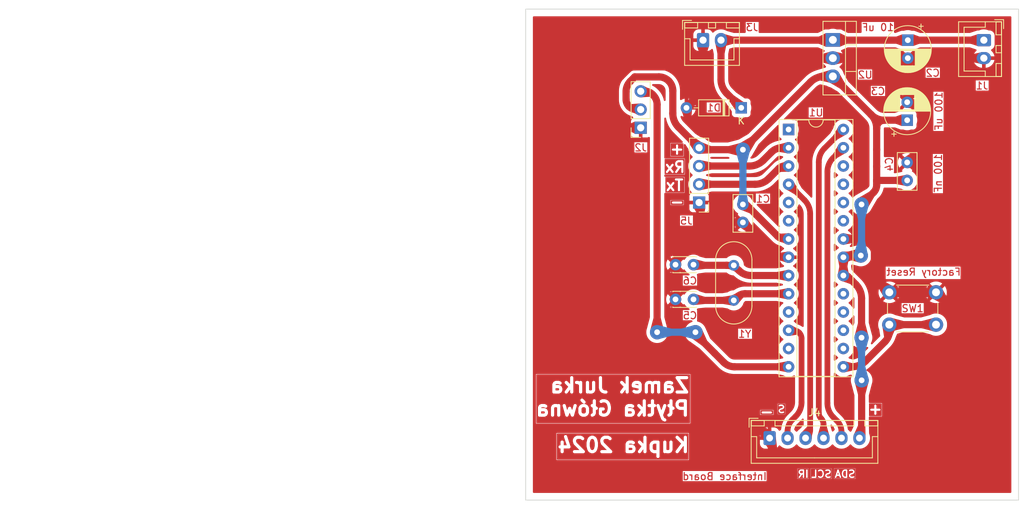
<source format=kicad_pcb>
(kicad_pcb (version 20221018) (generator pcbnew)
  (layers (0 "F.Cu" signal) (31 "B.Cu" signal) (34 "B.Paste" user) (35 "F.Paste" user) (36 "B.SilkS" user "B.Silkscreen") (37 "F.SilkS" user "F.Silkscreen") (38 "B.Mask" user) (39 "F.Mask" user) (44 "Edge.Cuts" user))
  (net 0 "")
  (net 1 "+5V")
  (net 2 "GND")
  (net 3 "/XTAL2")
  (net 4 "/XTAL1")
  (net 5 "+12V")
  (net 6 "/Screen SCL")
  (net 7 "/Lock ON")
  (net 8 "/Status")
  (net 9 "/IR Signal")
  (net 10 "/Factory Reset")
  (net 12 "/TxD")
  (net 13 "/RxD")
  (net 26 "/Screen SDA")
  (footprint "Connector_PinSocket_2.54mm:PinSocket_1x03_P2.54mm_Vertical" (layer "F.Cu") (at 229.87 31.369 180)
    (fp_text reference "J2" (at 0 -2.77) (layer "F.Cu" knockout) (effects (justify mirror)))
    (fp_text value "Lock Relay Module")
    (pad "1" thru_hole rect (at 0 0 180) (size 1.7 1.7) (drill 1) (layers "*.Cu" "*.Mask") (net 2 "GND"))
    (pad "2" thru_hole oval (at 0 2.54 180) (size 1.7 1.7) (drill 1) (layers "*.Cu" "*.Mask") (net 1 "+5V"))
    (pad "3" thru_hole oval (at 0 5.08 180) (size 1.7 1.7) (drill 1) (layers "*.Cu" "*.Mask") (net 7 "/Lock ON"))
  )
  (footprint "Connector_JST:JST_XH_B6B-XH-A_1x06_P2.50mm_Vertical" (layer "F.Cu") (at 247.81 74.549)
    (fp_text reference "J4" (at 6.25 -3.55) (layer "F.SilkS"))
    (fp_text value "Interface Board" (at -6.256 5.334) (layer "F.Cu" knockout) (effects (justify mirror)))
    (pad "1" thru_hole roundrect (at 0 0) (size 1.7 1.95) (drill 0.95) (layers "*.Cu" "*.Mask") (roundrect_rratio 0.1470588235) (net 2 "GND"))
    (pad "2" thru_hole oval (at 2.5 0) (size 1.7 1.95) (drill 0.95) (layers "*.Cu" "*.Mask") (net 8 "/Status"))
    (pad "3" thru_hole oval (at 5 0) (size 1.7 1.95) (drill 0.95) (layers "*.Cu" "*.Mask") (net 9 "/IR Signal"))
    (pad "4" thru_hole oval (at 7.5 0) (size 1.7 1.95) (drill 0.95) (layers "*.Cu" "*.Mask") (net 6 "/Screen SCL"))
    (pad "5" thru_hole oval (at 10 0) (size 1.7 1.95) (drill 0.95) (layers "*.Cu" "*.Mask") (net 26 "/Screen SDA"))
    (pad "6" thru_hole oval (at 12.5 0) (size 1.7 1.95) (drill 0.95) (layers "*.Cu" "*.Mask") (net 1 "+5V"))
  )
  (footprint "Capacitor_THT:C_Disc_D5.0mm_W2.5mm_P2.50mm" (layer "F.Cu") (at 244.094 42.037 -90)
    (fp_text reference "C1" (at -0.762 -2.794) (layer "F.Cu" knockout) (effects (justify mirror)))
    (fp_text value "100 nF")
    (pad "1" thru_hole circle (at 0 0 270) (size 1.6 1.6) (drill 0.8) (layers "*.Cu" "*.Mask") (net 1 "+5V"))
    (pad "2" thru_hole circle (at 2.5 0 270) (size 1.6 1.6) (drill 0.8) (layers "*.Cu" "*.Mask") (net 2 "GND"))
  )
  (footprint "Package_TO_SOT_THT:TO-220-3_Vertical" (layer "F.Cu") (at 256.611 19.137 -90)
    (fp_text reference "U2" (at 4.866 -4.501) (layer "F.Cu" knockout) (effects (justify mirror)))
    (fp_text value "L7805")
    (pad "1" thru_hole rect (at 0 0 270) (size 1.905 2) (drill 1.1) (layers "*.Cu" "*.Mask") (net 5 "+12V"))
    (pad "2" thru_hole oval (at 2.54 0 270) (size 1.905 2) (drill 1.1) (layers "*.Cu" "*.Mask") (net 2 "GND"))
    (pad "3" thru_hole oval (at 5.08 0 270) (size 1.905 2) (drill 1.1) (layers "*.Cu" "*.Mask") (net 1 "+5V"))
  )
  (footprint "Capacitor_THT:CP_Radial_D6.3mm_P2.50mm" (layer "F.Cu") (at 267.041621 19.177 -90)
    (fp_text reference "C2" (at 4.572 -3.468379) (layer "F.Cu" knockout) (effects (justify mirror)))
    (fp_text value "10 uF" (at -1.778 4.151621) (layer "F.Cu" knockout) (effects (justify mirror)))
    (pad "1" thru_hole rect (at 0 0 270) (size 1.6 1.6) (drill 0.8) (layers "*.Cu" "*.Mask") (net 5 "+12V"))
    (pad "2" thru_hole circle (at 2.5 0 270) (size 1.6 1.6) (drill 0.8) (layers "*.Cu" "*.Mask") (net 2 "GND"))
  )
  (footprint "Connector_PinHeader_2.54mm:PinHeader_1x04_P2.54mm_Vertical" (layer "F.Cu") (at 237.998 41.773 180)
    (fp_text reference "J5" (at 1.778 -2.55) (layer "F.Cu" knockout) (effects (justify mirror)))
    (fp_text value "Debug")
    (pad "1" thru_hole rect (at 0 0 180) (size 1.7 1.7) (drill 1) (layers "*.Cu" "*.Mask") (net 2 "GND"))
    (pad "2" thru_hole oval (at 0 2.54 180) (size 1.7 1.7) (drill 1) (layers "*.Cu" "*.Mask") (net 12 "/TxD"))
    (pad "3" thru_hole oval (at 0 5.08 180) (size 1.7 1.7) (drill 1) (layers "*.Cu" "*.Mask") (net 13 "/RxD"))
    (pad "4" thru_hole oval (at 0 7.62 180) (size 1.7 1.7) (drill 1) (layers "*.Cu" "*.Mask") (net 1 "+5V"))
  )
  (footprint "Capacitor_THT:C_Disc_D3.0mm_W2.0mm_P2.50mm" (layer "F.Cu") (at 237.216 55.245 180)
    (fp_text reference "C5" (at 0.488 -2.25) (layer "F.Cu" knockout) (effects (justify mirror)))
    (fp_text value "22 pF")
    (pad "1" thru_hole circle (at 0 0 180) (size 1.6 1.6) (drill 0.8) (layers "*.Cu" "*.Mask") (net 3 "/XTAL2"))
    (pad "2" thru_hole circle (at 2.5 0 180) (size 1.6 1.6) (drill 0.8) (layers "*.Cu" "*.Mask") (net 2 "GND"))
  )
  (footprint "Capacitor_THT:CP_Radial_D6.3mm_P2.50mm" (layer "F.Cu") (at 266.954 30.313 90)
    (fp_text reference "C3" (at 4.024 -4.064) (layer "F.Cu" knockout) (effects (justify mirror)))
    (fp_text value "100 uF" (at 1.25 4.4 90) (layer "F.Cu" knockout) (effects (justify mirror)))
    (pad "1" thru_hole rect (at 0 0 90) (size 1.6 1.6) (drill 0.8) (layers "*.Cu" "*.Mask") (net 1 "+5V"))
    (pad "2" thru_hole circle (at 2.5 0 90) (size 1.6 1.6) (drill 0.8) (layers "*.Cu" "*.Mask") (net 2 "GND"))
  )
  (footprint "Button_Switch_THT:SW_PUSH_6mm_H5mm" (layer "F.Cu") (at 270.966 58.765 180)
    (fp_text reference "SW1" (at 3.25 2.25) (layer "F.Cu" knockout))
    (fp_text value "Factory Reset" (at 1.726 7.33) (layer "F.Cu" knockout) (effects (justify mirror)))
    (pad "1" thru_hole circle (at 0 0 270) (size 2 2) (drill 1.1) (layers "*.Cu" "*.Mask") (net 10 "/Factory Reset"))
    (pad "1" thru_hole circle (at 6.5 0 270) (size 2 2) (drill 1.1) (layers "*.Cu" "*.Mask") (net 10 "/Factory Reset"))
    (pad "2" thru_hole circle (at 0 4.5 270) (size 2 2) (drill 1.1) (layers "*.Cu" "*.Mask") (net 2 "GND"))
    (pad "2" thru_hole circle (at 6.5 4.5 270) (size 2 2) (drill 1.1) (layers "*.Cu" "*.Mask") (net 2 "GND"))
  )
  (footprint "Connector_JST:JST_XH_B2B-XH-A_1x02_P2.50mm_Vertical" (layer "F.Cu") (at 238.546 19.177)
    (fp_text reference "J3" (at 6.818 -1.778) (layer "F.Cu" knockout) (effects (justify mirror)))
    (fp_text value "Lock PWR")
    (pad "1" thru_hole roundrect (at 0 0) (size 1.7 2) (drill 1) (layers "*.Cu" "*.Mask") (roundrect_rratio 0.1470588235) (net 2 "GND"))
    (pad "2" thru_hole oval (at 2.5 0) (size 1.7 2) (drill 1) (layers "*.Cu" "*.Mask") (net 5 "+12V"))
  )
  (footprint "Connector_JST:JST_XH_B2B-XH-A_1x02_P2.50mm_Vertical" (layer "F.Cu") (at 277.622 19.177 -90)
    (fp_text reference "J1" (at 6.35 0.254) (layer "F.Cu" knockout) (effects (justify mirror)))
    (fp_text value "PWR")
    (pad "1" thru_hole roundrect (at 0 0 270) (size 1.7 2) (drill 1) (layers "*.Cu" "*.Mask") (roundrect_rratio 0.1470588235) (net 5 "+12V"))
    (pad "2" thru_hole oval (at 2.5 0 270) (size 1.7 2) (drill 1) (layers "*.Cu" "*.Mask") (net 2 "GND"))
  )
  (footprint "Capacitor_THT:C_Disc_D5.0mm_W2.5mm_P2.50mm" (layer "F.Cu") (at 266.954 38.695 90)
    (fp_text reference "C4" (at 2.246 -2.5 90) (layer "F.Cu" knockout) (effects (justify mirror)))
    (fp_text value "100 nF" (at 0.976 4.318 90) (layer "F.Cu" knockout) (effects (justify mirror)))
    (pad "1" thru_hole circle (at 0 0 90) (size 1.6 1.6) (drill 0.8) (layers "*.Cu" "*.Mask") (net 1 "+5V"))
    (pad "2" thru_hole circle (at 2.5 0 90) (size 1.6 1.6) (drill 0.8) (layers "*.Cu" "*.Mask") (net 2 "GND"))
  )
  (footprint "Diode_THT:D_DO-35_SOD27_P7.62mm_Horizontal" (layer "F.Cu") (at 243.86 28.592 180)
    (fp_text reference "D1" (at 3.81 0) (layer "F.Cu" knockout) (effects (justify mirror)))
    (fp_text value "1N4148")
    (fp_text user "K" (at 0 -1.8) (layer "F.SilkS"))
    (pad "1" thru_hole rect (at 0 0 180) (size 1.6 1.6) (drill 0.8) (layers "*.Cu" "*.Mask") (net 5 "+12V"))
    (pad "2" thru_hole oval (at 7.62 0 180) (size 1.6 1.6) (drill 0.8) (layers "*.Cu" "*.Mask") (net 2 "GND"))
  )
  (footprint "Package_DIP:DIP-28_W7.62mm_Socket" (layer "F.Cu") (at 250.454 31.608)
    (fp_text reference "U1" (at 3.81 -2.33) (layer "F.Cu" knockout) (effects (justify mirror)))
    (fp_text value "ATmega328P-P")
    (pad "1" thru_hole rect (at 0 0) (size 1.6 1.6) (drill 0.8) (layers "*.Cu" "*.Mask"))
    (pad "2" thru_hole oval (at 0 2.54) (size 1.6 1.6) (drill 0.8) (layers "*.Cu" "*.Mask") (net 13 "/RxD"))
    (pad "3" thru_hole oval (at 0 5.08) (size 1.6 1.6) (drill 0.8) (layers "*.Cu" "*.Mask") (net 12 "/TxD"))
    (pad "4" thru_hole oval (at 0 7.62) (size 1.6 1.6) (drill 0.8) (layers "*.Cu" "*.Mask") (net 9 "/IR Signal"))
    (pad "5" thru_hole oval (at 0 10.16) (size 1.6 1.6) (drill 0.8) (layers "*.Cu" "*.Mask"))
    (pad "6" thru_hole oval (at 0 12.7) (size 1.6 1.6) (drill 0.8) (layers "*.Cu" "*.Mask"))
    (pad "7" thru_hole oval (at 0 15.24) (size 1.6 1.6) (drill 0.8) (layers "*.Cu" "*.Mask") (net 1 "+5V"))
    (pad "8" thru_hole oval (at 0 17.78) (size 1.6 1.6) (drill 0.8) (layers "*.Cu" "*.Mask") (net 2 "GND"))
    (pad "9" thru_hole oval (at 0 20.32) (size 1.6 1.6) (drill 0.8) (layers "*.Cu" "*.Mask") (net 4 "/XTAL1"))
    (pad "10" thru_hole oval (at 0 22.86) (size 1.6 1.6) (drill 0.8) (layers "*.Cu" "*.Mask") (net 3 "/XTAL2"))
    (pad "11" thru_hole oval (at 0 25.4) (size 1.6 1.6) (drill 0.8) (layers "*.Cu" "*.Mask"))
    (pad "12" thru_hole oval (at 0 27.94) (size 1.6 1.6) (drill 0.8) (layers "*.Cu" "*.Mask") (net 8 "/Status"))
    (pad "13" thru_hole oval (at 0 30.48) (size 1.6 1.6) (drill 0.8) (layers "*.Cu" "*.Mask"))
    (pad "14" thru_hole oval (at 0 33.02) (size 1.6 1.6) (drill 0.8) (layers "*.Cu" "*.Mask") (net 7 "/Lock ON"))
    (pad "15" thru_hole oval (at 7.62 33.02) (size 1.6 1.6) (drill 0.8) (layers "*.Cu" "*.Mask") (net 10 "/Factory Reset"))
    (pad "16" thru_hole oval (at 7.62 30.48) (size 1.6 1.6) (drill 0.8) (layers "*.Cu" "*.Mask"))
    (pad "17" thru_hole oval (at 7.62 27.94) (size 1.6 1.6) (drill 0.8) (layers "*.Cu" "*.Mask"))
    (pad "18" thru_hole oval (at 7.62 25.4) (size 1.6 1.6) (drill 0.8) (layers "*.Cu" "*.Mask"))
    (pad "19" thru_hole oval (at 7.62 22.86) (size 1.6 1.6) (drill 0.8) (layers "*.Cu" "*.Mask"))
    (pad "20" thru_hole oval (at 7.62 20.32) (size 1.6 1.6) (drill 0.8) (layers "*.Cu" "*.Mask") (net 1 "+5V"))
    (pad "21" thru_hole oval (at 7.62 17.78) (size 1.6 1.6) (drill 0.8) (layers "*.Cu" "*.Mask") (net 1 "+5V"))
    (pad "22" thru_hole oval (at 7.62 15.24) (size 1.6 1.6) (drill 0.8) (layers "*.Cu" "*.Mask") (net 2 "GND"))
    (pad "23" thru_hole oval (at 7.62 12.7) (size 1.6 1.6) (drill 0.8) (layers "*.Cu" "*.Mask"))
    (pad "24" thru_hole oval (at 7.62 10.16) (size 1.6 1.6) (drill 0.8) (layers "*.Cu" "*.Mask"))
    (pad "25" thru_hole oval (at 7.62 7.62) (size 1.6 1.6) (drill 0.8) (layers "*.Cu" "*.Mask"))
    (pad "26" thru_hole oval (at 7.62 5.08) (size 1.6 1.6) (drill 0.8) (layers "*.Cu" "*.Mask"))
    (pad "27" thru_hole oval (at 7.62 2.54) (size 1.6 1.6) (drill 0.8) (layers "*.Cu" "*.Mask") (net 26 "/Screen SDA"))
    (pad "28" thru_hole oval (at 7.62 0) (size 1.6 1.6) (drill 0.8) (layers "*.Cu" "*.Mask") (net 6 "/Screen SCL"))
  )
  (footprint "Crystal:Crystal_HC49-4H_Vertical" (layer "F.Cu") (at 242.824 50.509 -90)
    (fp_text reference "Y1" (at 9.562 -1.524) (layer "F.Cu" knockout) (effects (justify mirror)))
    (fp_text value "16 MHz")
    (pad "1" thru_hole circle (at 0 0 270) (size 1.5 1.5) (drill 0.8) (layers "*.Cu" "*.Mask") (net 4 "/XTAL1"))
    (pad "2" thru_hole circle (at 4.88 0 270) (size 1.5 1.5) (drill 0.8) (layers "*.Cu" "*.Mask") (net 3 "/XTAL2"))
  )
  (footprint "Capacitor_THT:C_Disc_D3.0mm_W2.0mm_P2.50mm" (layer "F.Cu") (at 237.216 50.419 180)
    (fp_text reference "C6" (at 0.488 -2.25) (layer "F.Cu" knockout) (effects (justify mirror)))
    (fp_text value "22 pF")
    (pad "1" thru_hole circle (at 0 0 180) (size 1.6 1.6) (drill 0.8) (layers "*.Cu" "*.Mask") (net 4 "/XTAL1"))
    (pad "2" thru_hole circle (at 2.5 0 180) (size 1.6 1.6) (drill 0.8) (layers "*.Cu" "*.Mask") (net 2 "GND"))
  )
  (gr_rect (start 213.868 14.859) (end 282.448 83.185) (stroke (width 0.1)) (fill none) (layer "Edge.Cuts"))
  (gr_text "Kupka 2024" (at 236.855 76.708) (layer "F.Cu" knockout) (effects (font (size 2 2) (thickness 0.45) bold) (justify left bottom mirror)))
  (gr_text "IR" (at 253.365 80.137) (layer "F.Cu" knockout) (effects (font (size 1 1) (thickness 0.2) bold) (justify left bottom mirror)))
  (gr_text "Zamek Jurka\nPłytka Główna" (at 236.855 71.628) (layer "F.Cu" knockout) (effects (font (size 2 2) (thickness 0.45) bold) (justify left bottom mirror)))
  (gr_text "+" (at 263.652 71.374) (layer "F.Cu" knockout) (effects (font (size 1.5 1.5) (thickness 0.3) bold) (justify left bottom mirror)))
  (gr_text "-" (at 248.539 71.755) (layer "F.Cu" knockout) (effects (font (size 1.5 1.5) (thickness 0.3) bold) (justify left bottom mirror)))
  (gr_text "-" (at 233.807 42.545) (layer "F.Cu" knockout) (effects (font (size 1.5 1.5) (thickness 0.3) bold) (justify left bottom)))
  (gr_text "Tx" (at 235.966 40.259) (layer "F.Cu" knockout) (effects (font (size 1.5 1.5) (thickness 0.3) bold) (justify left bottom mirror)))
  (gr_text "SDA" (at 259.842 80.137) (layer "F.Cu" knockout) (effects (font (size 1 1) (thickness 0.2) bold) (justify left bottom mirror)))
  (gr_text "+" (at 233.807 35.179) (layer "F.Cu" knockout) (effects (font (size 1.5 1.5) (thickness 0.3) bold) (justify left bottom)))
  (gr_text "Rx" (at 236.22 37.719) (layer "F.Cu" knockout) (effects (font (size 1.5 1.5) (thickness 0.3) bold) (justify left bottom mirror)))
  (gr_text "SCL" (at 256.54 80.137) (layer "F.Cu" knockout) (effects (font (size 1 1) (thickness 0.2) bold) (justify left bottom mirror)))
  (gr_text "S" (at 250.063 71.12) (layer "F.Cu" knockout) (effects (font (size 1 1) (thickness 0.2) bold) (justify left bottom mirror)))
  (segment (start 258.727766 52.098766) (end 259.807103 53.178103) (width 1) (layer "F.Cu") (net 1))
  (segment (start 262.707 34.407798) (end 262.707 36.750942) (width 1) (layer "F.Cu") (net 1))
  (segment (start 237.866 34.021) (end 238.13 34.285) (width 1) (layer "F.Cu") (net 1))
  (segment (start 262.283089 40.35791) (end 260.604 42.037) (width 1) (layer "F.Cu") (net 1))
  (segment (start 260.604 60.579) (end 260.604 55.101981) (width 1) (layer "F.Cu") (net 1))
  (segment (start 229.25476 28.829) (end 229.87 28.829) (width 1) (layer "F.Cu") (net 1))
  (segment (start 227.838 27.412239) (end 227.838 26.343627) (width 1) (layer "F.Cu") (net 1))
  (segment (start 260.616042 66.511343) (end 260.616042 74.026553) (width 1) (layer "F.Cu") (net 1))
  (segment (start 244.659284 42.184654) (end 248.92263 46.448) (width 1) (layer "F.Cu") (net 1))
  (segment (start 244.302815 42.037) (end 244.094 42.037) (width 1) (layer "F.Cu") (net 1))
  (segment (start 228.439786 24.890786) (end 229.041572 24.289) (width 1) (layer "F.Cu") (net 1))
  (segment (start 249.888315 46.848) (end 250.454 46.848) (width 1) (layer "F.Cu") (net 1))
  (segment (start 258.074 49.556998) (end 258.074 51.6865) (width 1) (layer "F.Cu") (net 1))
  (segment (start 237.866 34.021) (end 235.136896 31.291896) (width 1) (layer "F.Cu") (net 1))
  (segment (start 262.707 34.407798) (end 262.707 31.439981) (width 1) (layer "F.Cu") (net 1))
  (segment (start 256.611 24.217) (end 255.420981 24.217) (width 1) (layer "F.Cu") (net 1))
  (segment (start 263.706999 30.313) (end 266.954 30.313) (width 1) (layer "F.Cu") (net 1))
  (segment (start 262.707 36.750942) (end 262.707 38.706715) (width 1) (layer "F.Cu") (net 1))
  (segment (start 256.611 24.217) (end 261.910103 29.516103) (width 1) (layer "F.Cu") (net 1))
  (segment (start 229.041572 24.289) (end 232.400726 24.289) (width 1) (layer "F.Cu") (net 1))
  (segment (start 262.707 38.763284) (end 262.707 38.706715) (width 1) (layer "F.Cu") (net 1))
  (segment (start 260.463021 74.395979) (end 260.31 74.549) (width 1) (layer "F.Cu") (net 1))
  (segment (start 244.094 34.417) (end 253.497103 25.013896) (width 1) (layer "F.Cu") (net 1))
  (segment (start 262.775284 38.695) (end 266.954 38.695) (width 1) (layer "F.Cu") (net 1))
  (segment (start 244.094 34.417) (end 238.448676 34.417) (width 1) (layer "F.Cu") (net 1))
  (segment (start 262.707 38.763284) (end 262.707 39.3345) (width 1) (layer "F.Cu") (net 1))
  (segment (start 234.34 26.228273) (end 234.34 29.368018) (width 1) (layer "F.Cu") (net 1))
  (segment (start 260.497 49.149) (end 258.481998 49.149) (width 1) (layer "F.Cu") (net 1))
  (via (at 260.497 49.149) (size 2) (drill 0.8) (layers "F.Cu" "B.Cu") (net 1))
  (via (at 260.604 42.037) (size 2) (drill 0.8) (layers "F.Cu" "B.Cu") (net 1))
  (via (at 260.604 60.579) (size 2) (drill 0.8) (layers "F.Cu" "B.Cu") (net 1))
  (via (at 244.094 34.417) (size 2) (drill 0.8) (layers "F.Cu" "B.Cu") (net 1))
  (via (at 260.616042 66.511343) (size 2) (drill 0.8) (layers "F.Cu" "B.Cu") (net 1))
  (arc (start 258.074 51.6865) (mid 258.144733 51.857266) (end 258.3155 51.928) (width 1) (layer "F.Cu") (net 1))
  (arc (start 262.707 39.3345) (mid 262.596829 39.888365) (end 262.283089 40.35791) (width 1) (layer "F.Cu") (net 1))
  (arc (start 262.707 31.439981) (mid 262.499893 30.398786) (end 261.910103 29.516103) (width 1) (layer "F.Cu") (net 1))
  (arc (start 258.727766 52.098766) (mid 258.538616 51.97238) (end 258.3155 51.928) (width 1) (layer "F.Cu") (net 1))
  (arc (start 233.772 24.857) (mid 234.192381 25.486145) (end 234.34 26.228273) (width 1) (layer "F.Cu") (net 1))
  (arc (start 262.707 38.706715) (mid 262.714232 38.717539) (end 262.727 38.715) (width 1) (layer "F.Cu") (net 1))
  (arc (start 227.838 27.412239) (mid 227.945844 27.95441) (end 228.252959 28.41404) (width 1) (layer "F.Cu") (net 1))
  (arc (start 259.807103 53.178103) (mid 260.396893 54.060786) (end 260.604 55.101981) (width 1) (layer "F.Cu") (net 1))
  (arc (start 228.439786 24.890786) (mid 227.994399 25.557355) (end 227.838 26.343627) (width 1) (layer "F.Cu") (net 1))
  (arc (start 262.775284 38.695) (mid 262.749152 38.700197) (end 262.727 38.715) (width 1) (layer "F.Cu") (net 1))
  (arc (start 255.420981 24.217) (mid 254.379786 24.424106) (end 253.497103 25.013896) (width 1) (layer "F.Cu") (net 1))
  (arc (start 260.616042 74.026553) (mid 260.576273 74.226485) (end 260.463021 74.395979) (width 1) (layer "F.Cu") (net 1))
  (arc (start 261.910103 29.516103) (mid 262.759784 30.105893) (end 263.706999 30.313) (width 1) (layer "F.Cu") (net 1))
  (arc (start 244.659284 42.184654) (mid 244.495734 42.075374) (end 244.302815 42.037) (width 1) (layer "F.Cu") (net 1))
  (arc (start 258.1935 49.2685) (mid 258.105057 49.400864) (end 258.074 49.556998) (width 1) (layer "F.Cu") (net 1))
  (arc (start 228.252959 28.41404) (mid 228.712589 28.721155) (end 229.25476 28.829) (width 1) (layer "F.Cu") (net 1))
  (arc (start 263.706999 30.313) (mid 262.999892 30.643085) (end 262.707 31.439981) (width 1) (layer "F.Cu") (net 1))
  (arc (start 234.34 29.368018) (mid 234.547106 30.409213) (end 235.136896 31.291896) (width 1) (layer "F.Cu") (net 1))
  (arc (start 262.727 38.715) (mid 262.712197 38.737152) (end 262.707 38.763284) (width 1) (layer "F.Cu") (net 1))
  (arc (start 258.481998 49.149) (mid 258.325864 49.180057) (end 258.1935 49.2685) (width 1) (layer "F.Cu") (net 1))
  (arc (start 248.92263 46.448) (mid 249.36569 46.744043) (end 249.888315 46.848) (width 1) (layer "F.Cu") (net 1))
  (arc (start 233.772 24.857) (mid 233.142854 24.436618) (end 232.400726 24.289) (width 1) (layer "F.Cu") (net 1))
  (arc (start 238.13 34.285) (mid 238.276209 34.382694) (end 238.448676 34.417) (width 1) (layer "F.Cu") (net 1))
  (segment (start 244.094 34.417) (end 244.094 42.037) (width 1) (layer "B.Cu") (net 1))
  (segment (start 260.604 60.579) (end 260.604 66.490786) (width 1) (layer "B.Cu") (net 1))
  (segment (start 260.604 42.037) (end 260.604 49.0955) (width 1) (layer "B.Cu") (net 1))
  (segment (start 260.497 49.149) (end 260.5505 49.149) (width 1) (layer "B.Cu") (net 1))
  (segment (start 260.616042 66.511343) (end 260.610021 66.505322) (width 1) (layer "B.Cu") (net 1))
  (arc (start 260.604 49.0955) (mid 260.58833 49.13333) (end 260.5505 49.149) (width 1) (layer "B.Cu") (net 1))
  (arc (start 260.604 66.490786) (mid 260.605564 66.498652) (end 260.610021 66.505322) (width 1) (layer "B.Cu") (net 1))
  (segment (start 226.314 28.536018) (end 226.314 26.163656) (width 1) (layer "F.Cu") (net 2))
  (segment (start 236.690073 30.315073) (end 237.115382 30.740382) (width 1) (layer "F.Cu") (net 2))
  (segment (start 238.546 22.917703) (end 238.546 23.056296) (width 1) (layer "F.Cu") (net 2))
  (segment (start 249.086103 76.800103) (end 248.154714 75.868714) (width 1) (layer "F.Cu") (net 2))
  (segment (start 228.070108 23.280566) (end 227.110896 24.239778) (width 1) (layer "F.Cu") (net 2))
  (segment (start 238.455982 43.526352) (end 238.732315 43.802685) (width 1) (layer "F.Cu") (net 2))
  (segment (start 268.662685 36.772315) (end 268.485369 36.594999) (width 1) (layer "F.Cu") (net 2))
  (segment (start 267.519685 36.195) (end 266.954 36.195) (width 1) (layer "F.Cu") (net 2))
  (segment (start 228.945 31.369) (end 229.87 31.369) (width 1) (layer "F.Cu") (net 2))
  (segment (start 256.611 21.677) (end 267.041621 21.677) (width 1) (layer "F.Cu") (net 2))
  (segment (start 270.966 54.265) (end 272.219103 55.518103) (width 1) (layer "F.Cu") (net 2))
  (segment (start 263.193896 46.051103) (end 268.443103 40.801896) (width 1) (layer "F.Cu") (net 2))
  (segment (start 262.397 47.847999) (end 262.397 51.069018) (width 1) (layer "F.Cu") (net 2))
  (segment (start 264.466 54.265) (end 263.193896 52.992896) (width 1) (layer "F.Cu") (net 2))
  (segment (start 238.546 23.056296) (end 238.546 25.159018) (width 1) (layer "F.Cu") (net 2))
  (segment (start 234.716 55.245) (end 234.716 60.328018) (width 1) (layer "F.Cu") (net 2))
  (segment (start 236.24 28.592) (end 237.749103 27.082896) (width 1) (layer "F.Cu") (net 2))
  (segment (start 267.015957 27.813) (end 267.404 27.813) (width 1) (layer "F.Cu") (net 2))
  (segment (start 269.24 32.782018) (end 269.24 30.179049) (width 1) (layer "F.Cu") (net 2))
  (segment (start 261.270018 46.848) (end 258.074 46.848) (width 1) (layer "F.Cu") (net 2))
  (segment (start 247.465285 74.204285) (end 235.512896 62.251896) (width 1) (layer "F.Cu") (net 2))
  (segment (start 243.221018 31.369) (end 240.411 31.369) (width 1) (layer "F.Cu") (net 2))
  (segment (start 236.24 29.2285) (end 236.24 28.592) (width 1) (layer "F.Cu") (net 2))
  (segment (start 268.443103 34.705896) (end 266.954 36.195) (width 1) (layer "F.Cu") (net 2))
  (segment (start 268.547 28.506) (end 268.172198 28.131198) (width 1) (layer "F.Cu") (net 2))
  (segment (start 238.378703 22.889) (end 229.015432 22.889) (width 1) (layer "F.Cu") (net 2))
  (segment (start 238.546 22.917703) (end 238.546 19.177) (width 1) (layer "F.Cu") (net 2))
  (segment (start 234.716 55.245) (end 234.716 50.984685) (width 1) (layer "F.Cu") (net 2))
  (segment (start 234.716 49.853315) (end 234.716 50.984685) (width 1) (layer "F.Cu") (net 2))
  (segment (start 251.009981 77.597) (end 264.557018 77.597) (width 1) (layer "F.Cu") (net 2))
  (segment (start 249.6995 49.388) (end 250.454 49.388) (width 1) (layer "F.Cu") (net 2))
  (segment (start 235.115999 48.88763) (end 238.759523 45.244106) (width 1) (layer "F.Cu") (net 2))
  (segment (start 245.144896 30.572103) (end 253.243103 22.473896) (width 1) (layer "F.Cu") (net 2))
  (segment (start 256.611 21.677) (end 255.166981 21.677) (width 1) (layer "F.Cu") (net 2))
  (segment (start 269.24 38.166076) (end 269.24 38.878018) (width 1) (layer "F.Cu") (net 2))
  (segment (start 244.094 44.537) (end 248.411487 48.854487) (width 1) (layer "F.Cu") (net 2))
  (segment (start 272.219103 71.061896) (end 266.480896 76.800103) (width 1) (layer "F.Cu") (net 2))
  (segment (start 267.041621 21.677) (end 277.622 21.677) (width 1) (layer "F.Cu") (net 2))
  (segment (start 267.041621 21.677) (end 267.041621 27.663421) (width 1) (layer "F.Cu") (net 2))
  (segment (start 237.998 42.420685) (end 237.998 41.773) (width 1) (layer "F.Cu") (net 2))
  (segment (start 227.110896 30.459896) (end 227.365926 30.714926) (width 1) (layer "F.Cu") (net 2))
  (segment (start 270.966 54.265) (end 264.466 54.265) (width 1) (layer "F.Cu") (net 2))
  (segment (start 240.411 31.369) (end 238.633 31.369) (width 1) (layer "F.Cu") (net 2))
  (segment (start 244.094 44.537) (end 240.505108 44.537) (width 1) (layer "F.Cu") (net 2))
  (segment (start 273.016 69.138018) (end 273.016 57.441981) (width 1) (layer "F.Cu") (net 2))
  (arc (start 229.015432 22.889) (mid 228.503826 22.990765) (end 228.070108 23.280566) (width 1) (layer "F.Cu") (net 2))
  (arc (start 227.110896 24.239778) (mid 226.521106 25.122461) (end 226.314 26.163656) (width 1) (layer "F.Cu") (net 2))
  (arc (start 240.505108 44.537) (mid 239.55275 44.72077) (end 238.759523 45.244106) (width 1) (layer "F.Cu") (net 2))
  (arc (start 236.24 29.2285) (mid 236.35697 29.816549) (end 236.690073 30.315073) (width 1) (layer "F.Cu") (net 2))
  (arc (start 238.497 22.938) (mid 238.442724 22.901734) (end 238.378703 22.889) (width 1) (layer "F.Cu") (net 2))
  (arc (start 238.497 22.938) (mid 238.52828 22.944221) (end 238.546 22.917703) (width 1) (layer "F.Cu") (net 2))
  (arc (start 268.485369 36.594999) (mid 268.042309 36.298956) (end 267.519685 36.195) (width 1) (layer "F.Cu") (net 2))
  (arc (start 268.662685 36.772315) (mid 269.08996 37.411778) (end 269.24 38.166076) (width 1) (layer "F.Cu") (net 2))
  (arc (start 237.115382 30.740382) (mid 237.811671 31.205627) (end 238.633 31.369) (width 1) (layer "F.Cu") (net 2))
  (arc (start 269.24 38.878018) (mid 269.032893 39.919213) (end 268.443103 40.801896) (width 1) (layer "F.Cu") (net 2))
  (arc (start 247.81 75.0365) (mid 247.899588 75.486891) (end 248.154714 75.868714) (width 1) (layer "F.Cu") (net 2))
  (arc (start 234.716 60.328018) (mid 234.923106 61.369213) (end 235.512896 62.251896) (width 1) (layer "F.Cu") (net 2))
  (arc (start 238.546 23.056296) (mid 238.533265 22.992274) (end 238.497 22.938) (width 1) (layer "F.Cu") (net 2))
  (arc (start 262.397 47.847999) (mid 262.066914 47.140892) (end 261.270018 46.848) (width 1) (layer "F.Cu") (net 2))
  (arc (start 255.166981 21.677) (mid 254.125786 21.884106) (end 253.243103 22.473896) (width 1) (layer "F.Cu") (net 2))
  (arc (start 248.411487 48.854487) (mid 249.002432 49.249344) (end 249.6995 49.388) (width 1) (layer "F.Cu") (net 2))
  (arc (start 273.016 69.138018) (mid 272.808893 70.179213) (end 272.219103 71.061896) (width 1) (layer "F.Cu") (net 2))
  (arc (start 268.547 28.506) (mid 269.059895 29.273601) (end 269.24 30.179049) (width 1) (layer "F.Cu") (net 2))
  (arc (start 237.998 42.420685) (mid 238.117025 43.019067) (end 238.455982 43.526352) (width 1) (layer "F.Cu") (net 2))
  (arc (start 268.172198 28.131198) (mid 267.819745 27.895696) (end 267.404 27.813) (width 1) (layer "F.Cu") (net 2))
  (arc (start 266.99781 27.769189) (mid 266.992246 27.797157) (end 267.015957 27.813) (width 1) (layer "F.Cu") (net 2))
  (arc (start 266.480896 76.800103) (mid 265.598213 77.389893) (end 264.557018 77.597) (width 1) (layer "F.Cu") (net 2))
  (arc (start 249.086103 76.800103) (mid 249.968786 77.389893) (end 251.009981 77.597) (width 1) (layer "F.Cu") (net 2))
  (arc (start 261.270018 46.848) (mid 262.311213 46.640893) (end 263.193896 46.051103) (width 1) (layer "F.Cu") (net 2))
  (arc (start 247.465285 74.204285) (mid 247.720411 74.586108) (end 247.81 75.0365) (width 1) (layer "F.Cu") (net 2))
  (arc (start 227.365926 30.714926) (mid 228.090411 31.199011) (end 228.945 31.369) (width 1) (layer "F.Cu") (net 2))
  (arc (start 235.115999 48.88763) (mid 234.819956 49.33069) (end 234.716 49.853315) (width 1) (layer "F.Cu") (net 2))
  (arc (start 272.219103 55.518103) (mid 272.808893 56.400786) (end 273.016 57.441981) (width 1) (layer "F.Cu") (net 2))
  (arc (start 267.041621 27.663421) (mid 267.030234 27.720662) (end 266.99781 27.769189) (width 1) (layer "F.Cu") (net 2))
  (arc (start 238.546 25.159018) (mid 238.338893 26.200213) (end 237.749103 27.082896) (width 1) (layer "F.Cu") (net 2))
  (arc (start 262.397 51.069018) (mid 262.604106 52.110213) (end 263.193896 52.992896) (width 1) (layer "F.Cu") (net 2))
  (arc (start 245.144896 30.572103) (mid 244.262213 31.161893) (end 243.221018 31.369) (width 1) (layer "F.Cu") (net 2))
  (arc (start 269.24 32.782018) (mid 269.032893 33.823213) (end 268.443103 34.705896) (width 1) (layer "F.Cu") (net 2))
  (arc (start 226.314 28.536018) (mid 226.521106 29.577213) (end 227.110896 30.459896) (width 1) (layer "F.Cu") (net 2))
  (arc (start 238.759523 45.244106) (mid 239.044447 44.52903) (end 238.732315 43.802685) (width 1) (layer "F.Cu") (net 2))
  (arc (start 238.732315 43.802685) (mid 239.545679 44.346157) (end 240.505108 44.537) (width 1) (layer "F.Cu") (net 2))
  (arc (start 263.193896 46.051103) (mid 262.604106 46.900784) (end 262.397 47.847999) (width 1) (layer "F.Cu") (net 2))
  (segment (start 237.288 55.317) (end 237.216 55.245) (width 1) (layer "F.Cu") (net 3))
  (segment (start 237.461823 55.389) (end 242.172754 55.389) (width 1) (layer "F.Cu") (net 3))
  (segment (start 244.396245 54.468) (end 250.454 54.468) (width 1) (layer "F.Cu") (net 3))
  (arc (start 237.288 55.317) (mid 237.36775 55.370287) (end 237.461823 55.389) (width 1) (layer "F.Cu") (net 3))
  (arc (start 244.396245 54.468) (mid 243.794573 54.58768) (end 243.2845 54.9285) (width 1) (layer "F.Cu") (net 3))
  (arc (start 243.2845 54.9285) (mid 242.774426 55.269319) (end 242.172754 55.389) (width 1) (layer "F.Cu") (net 3))
  (segment (start 245.246384 51.928) (end 250.454 51.928) (width 1) (layer "F.Cu") (net 4))
  (segment (start 237.261 50.464) (end 237.216 50.419) (width 1) (layer "F.Cu") (net 4))
  (segment (start 237.369639 50.509) (end 241.820615 50.509) (width 1) (layer "F.Cu") (net 4))
  (arc (start 237.261 50.464) (mid 237.310844 50.497304) (end 237.369639 50.509) (width 1) (layer "F.Cu") (net 4))
  (arc (start 243.5335 51.2185) (mid 242.747621 50.693393) (end 241.820615 50.509) (width 1) (layer "F.Cu") (net 4))
  (arc (start 243.5335 51.2185) (mid 244.319377 51.743606) (end 245.246384 51.928) (width 1) (layer "F.Cu") (net 4))
  (segment (start 256.679284 19.177) (end 267.041621 19.177) (width 1) (layer "F.Cu") (net 5))
  (segment (start 267.041621 19.177) (end 277.622 19.177) (width 1) (layer "F.Cu") (net 5))
  (segment (start 241.842896 26.574896) (end 243.86 28.592) (width 1) (layer "F.Cu") (net 5))
  (segment (start 256.542715 19.177) (end 241.046 19.177) (width 1) (layer "F.Cu") (net 5))
  (segment (start 241.046 24.651018) (end 241.046 19.177) (width 1) (layer "F.Cu") (net 5))
  (arc (start 241.046 24.651018) (mid 241.253106 25.692213) (end 241.842896 26.574896) (width 1) (layer "F.Cu") (net 5))
  (arc (start 256.631 19.157) (mid 256.611 19.148715) (end 256.591 19.157) (width 1) (layer "F.Cu") (net 5))
  (arc (start 256.591 19.157) (mid 256.568846 19.171802) (end 256.542715 19.177) (width 1) (layer "F.Cu") (net 5))
  (arc (start 256.631 19.157) (mid 256.653152 19.171802) (end 256.679284 19.177) (width 1) (layer "F.Cu") (net 5))
  (segment (start 254.654 36.149397) (end 254.654 71.037137) (width 0.8) (layer "F.Cu") (net 6))
  (segment (start 255.450896 34.225519) (end 258.066441 31.609974) (width 0.8) (layer "F.Cu") (net 6))
  (segment (start 255.31 72.620862) (end 255.31 74.549) (width 0.8) (layer "F.Cu") (net 6))
  (segment (start 258.071208 31.608) (end 258.074 31.608) (width 0.8) (layer "F.Cu") (net 6))
  (arc (start 254.982 71.829) (mid 255.224755 72.192309) (end 255.31 72.620862) (width 0.8) (layer "F.Cu") (net 6))
  (arc (start 258.071208 31.608) (mid 258.068628 31.608513) (end 258.066441 31.609974) (width 0.8) (layer "F.Cu") (net 6))
  (arc (start 255.450896 34.225519) (mid 254.861106 35.108202) (end 254.654 36.149397) (width 0.8) (layer "F.Cu") (net 6))
  (arc (start 254.654 71.037137) (mid 254.739244 71.46569) (end 254.982 71.829) (width 0.8) (layer "F.Cu") (net 6))
  (segment (start 230.47104 26.289) (end 229.87 26.289) (width 1) (layer "F.Cu") (net 7))
  (segment (start 240.1645 62.7455) (end 241.4195 64.0005) (width 1) (layer "F.Cu") (net 7))
  (segment (start 242.934419 64.628) (end 250.454 64.628) (width 1) (layer "F.Cu") (net 7))
  (segment (start 231.61404 26.830959) (end 231.49708 26.713999) (width 1) (layer "F.Cu") (net 7))
  (segment (start 232.156 28.139365) (end 232.156 59.817) (width 1) (layer "F.Cu") (net 7))
  (segment (start 237.579802 60.160802) (end 240.1645 62.7455) (width 1) (layer "F.Cu") (net 7))
  (segment (start 237.49 59.817) (end 237.49 59.944) (width 1) (layer "F.Cu") (net 7))
  (via (at 232.156 59.817) (size 2) (drill 0.8) (layers "F.Cu" "B.Cu") (net 7))
  (via (at 237.49 59.817) (size 2) (drill 0.8) (layers "F.Cu" "B.Cu") (net 7))
  (arc (start 231.61404 26.830959) (mid 232.015149 27.431261) (end 232.156 28.139365) (width 1) (layer "F.Cu") (net 7))
  (arc (start 237.49 59.944) (mid 237.513338 60.061332) (end 237.579802 60.160802) (width 1) (layer "F.Cu") (net 7))
  (arc (start 231.49708 26.713999) (mid 231.026329 26.399453) (end 230.47104 26.289) (width 1) (layer "F.Cu") (net 7))
  (arc (start 241.4195 64.0005) (mid 242.11455 64.464918) (end 242.934419 64.628) (width 1) (layer "F.Cu") (net 7))
  (segment (start 232.156 59.817) (end 237.49 59.817) (width 1) (layer "B.Cu") (net 7))
  (segment (start 250.981044 71.979955) (end 251.457103 71.503896) (width 0.8) (layer "F.Cu") (net 8))
  (segment (start 251.112577 59.548) (end 250.454 59.548) (width 0.8) (layer "F.Cu") (net 8))
  (segment (start 250.31 73.6) (end 250.31 74.549) (width 0.8) (layer "F.Cu") (net 8))
  (segment (start 252.254 60.689422) (end 252.254 69.580018) (width 0.8) (layer "F.Cu") (net 8))
  (arc (start 251.919685 59.882315) (mid 251.54938 59.634885) (end 251.112577 59.548) (width 0.8) (layer "F.Cu") (net 8))
  (arc (start 252.254 69.580018) (mid 252.046893 70.621213) (end 251.457103 71.503896) (width 0.8) (layer "F.Cu") (net 8))
  (arc (start 251.919685 59.882315) (mid 252.167114 60.252618) (end 252.254 60.689422) (width 0.8) (layer "F.Cu") (net 8))
  (arc (start 250.981044 71.979955) (mid 250.484398 72.723238) (end 250.31 73.6) (width 0.8) (layer "F.Cu") (net 8))
  (segment (start 253.454 43.349397) (end 253.454 73.449623) (width 0.8) (layer "F.Cu") (net 9))
  (segment (start 253.132 74.227) (end 252.81 74.549) (width 0.8) (layer "F.Cu") (net 9))
  (segment (start 250.456792 39.228) (end 250.454 39.228) (width 0.8) (layer "F.Cu") (net 9))
  (segment (start 250.461558 39.229974) (end 252.657103 41.425519) (width 0.8) (layer "F.Cu") (net 9))
  (arc (start 250.461558 39.229974) (mid 250.459371 39.228513) (end 250.456792 39.228) (width 0.8) (layer "F.Cu") (net 9))
  (arc (start 252.657103 41.425519) (mid 253.246893 42.308202) (end 253.454 43.349397) (width 0.8) (layer "F.Cu") (net 9))
  (arc (start 253.454 73.449623) (mid 253.370314 73.870336) (end 253.132 74.227) (width 0.8) (layer "F.Cu") (net 9))
  (segment (start 265.347 58.765) (end 270.966 58.765) (width 1) (layer "F.Cu") (net 10))
  (segment (start 259.238018 64.628) (end 258.074 64.628) (width 1) (layer "F.Cu") (net 10))
  (segment (start 261.161896 63.831103) (end 263.843038 61.149961) (width 1) (layer "F.Cu") (net 10))
  (arc (start 265.347 58.765) (mid 264.724038 59.023038) (end 264.466 59.646) (width 1) (layer "F.Cu") (net 10))
  (arc (start 261.161896 63.831103) (mid 260.279213 64.420893) (end 259.238018 64.628) (width 1) (layer "F.Cu") (net 10))
  (arc (start 264.466 59.646) (mid 264.304097 60.459937) (end 263.843038 61.149961) (width 1) (layer "F.Cu") (net 10))
  (segment (start 249.085557 37.045442) (end 247.694896 38.436103) (width 1) (layer "F.Cu") (net 12))
  (segment (start 249.9485 36.688) (end 250.454 36.688) (width 1) (layer "F.Cu") (net 12))
  (segment (start 245.771018 39.233) (end 237.998 39.233) (width 1) (layer "F.Cu") (net 12))
  (arc (start 249.9485 36.688) (mid 249.481478 36.780896) (end 249.085557 37.045442) (width 1) (layer "F.Cu") (net 12))
  (arc (start 247.694896 38.436103) (mid 246.812213 39.025893) (end 245.771018 39.233) (width 1) (layer "F.Cu") (net 12))
  (segment (start 245.009018 36.693) (end 237.998 36.693) (width 1) (layer "F.Cu") (net 13))
  (segment (start 248.054149 34.774849) (end 246.932896 35.896103) (width 1) (layer "F.Cu") (net 13))
  (segment (start 249.5675 34.148) (end 250.454 34.148) (width 1) (layer "F.Cu") (net 13))
  (arc (start 246.932896 35.896103) (mid 246.050213 36.485893) (end 245.009018 36.693) (width 1) (layer "F.Cu") (net 13))
  (arc (start 249.5675 34.148) (mid 248.74848 34.310912) (end 248.054149 34.774849) (width 1) (layer "F.Cu") (net 13))
  (segment (start 258.071208 34.148) (end 258.074 34.148) (width 0.8) (layer "F.Cu") (net 26))
  (segment (start 257.81 73.6615) (end 257.81 74.549) (width 0.8) (layer "F.Cu") (net 26))
  (segment (start 255.854 37.489397) (end 255.854 69.691018) (width 0.8) (layer "F.Cu") (net 26))
  (segment (start 256.650896 35.565519) (end 258.066441 34.149974) (width 0.8) (layer "F.Cu") (net 26))
  (segment (start 257.182442 72.146442) (end 256.650896 71.614896) (width 0.8) (layer "F.Cu") (net 26))
  (arc (start 255.854 69.691018) (mid 256.061106 70.732213) (end 256.650896 71.614896) (width 0.8) (layer "F.Cu") (net 26))
  (arc (start 258.071208 34.148) (mid 258.068628 34.148513) (end 258.066441 34.149974) (width 0.8) (layer "F.Cu") (net 26))
  (arc (start 257.182442 72.146442) (mid 257.646902 72.841556) (end 257.81 73.6615) (width 0.8) (layer "F.Cu") (net 26))
  (arc (start 256.650896 35.565519) (mid 256.061106 36.448202) (end 255.854 37.489397) (width 0.8) (layer "F.Cu") (net 26))
  (zone (net 2) (net_name "GND") (layer "F.Cu") (name "Groundplane") (connect_pads (clearance 0.5)) (min_thickness 0.25) (fill yes (thermal_gap 0.5) (thermal_bridge_width 0.5) (smoothing fillet) (radius 0.5) (island_removal_mode 1) (island_area_min 10))
    (polygon (pts (xy 212.09 13.589) (xy 283.21 13.589) (xy 283.21 84.709) (xy 212.09 84.709)))
  )
)
</source>
